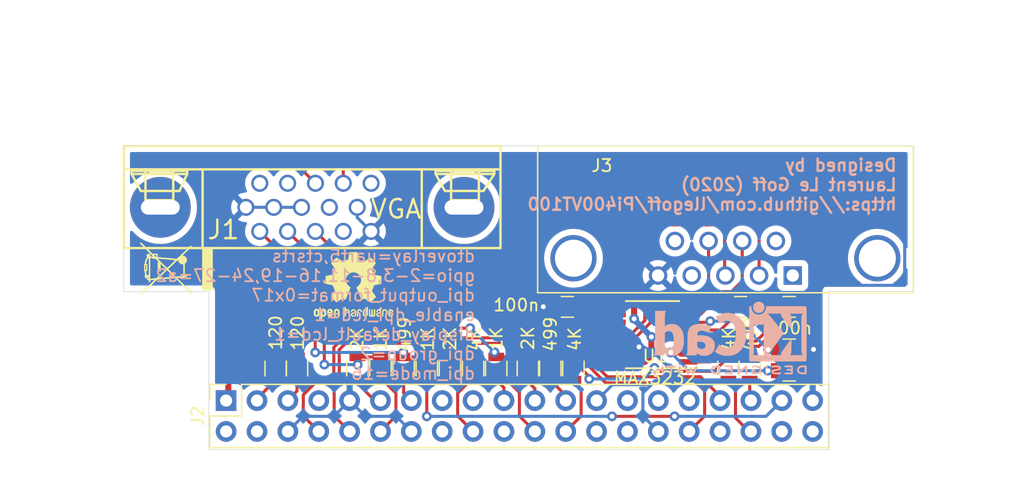
<source format=kicad_pcb>
(kicad_pcb (version 20211014) (generator pcbnew)
  (layers (0 "F.Cu" signal) (31 "B.Cu" signal) (34 "B.Paste" user) (35 "F.Paste" user) (36 "B.SilkS" user "B.Silkscreen") (37 "F.SilkS" user "F.Silkscreen") (38 "B.Mask" user) (39 "F.Mask" user) (44 "Edge.Cuts" user))
  (net 0 "")
  (net 1 "Net-(C1-Pad1)")
  (net 2 "Net-(C1-Pad2)")
  (net 3 "+3V3")
  (net 4 "GND")
  (net 5 "Net-(C3-Pad2)")
  (net 6 "Net-(C4-Pad2)")
  (net 7 "Net-(C4-Pad1)")
  (net 8 "Net-(C5-Pad2)")
  (net 10 "/VGAV")
  (net 11 "/VGAH")
  (net 16 "/VGAR")
  (net 17 "/VGAG")
  (net 18 "/VGAB")
  (net 21 "/R6")
  (net 22 "/G4")
  (net 23 "/G7")
  (net 24 "/RXD5")
  (net 25 "/TXD5")
  (net 28 "/ID_C")
  (net 29 "/ID_D")
  (net 31 "/B4")
  (net 32 "/B7")
  (net 33 "/R5")
  (net 34 "/B5")
  (net 35 "/B6")
  (net 36 "/R4")
  (net 39 "/R7")
  (net 40 "/G6")
  (net 41 "/G5")
  (net 42 "/RTS5")
  (net 43 "/CTS5")
  (net 45 "/H")
  (net 46 "/V")
  (net 48 "/RXD")
  (net 49 "/TXD")
  (net 52 "/CTS")
  (net 53 "/RTS")
  (net 54 "unconnected-(J2-Pad38)")
  (footprint "Capacitors_SMD:C_0805" (layer "F.Cu") (at 168.25 78.75 180)
    (fp_text reference "C1" hide)
    (fp_text value "100n")
    (pad "1" smd rect locked (at -1 0 180) (size 1 1.25) (layers "F.Cu" "F.Paste" "F.Mask") (net 1 "Net-(C1-Pad1)"))
    (pad "2" smd rect locked (at 1 0 180) (size 1 1.25) (layers "F.Cu" "F.Paste" "F.Mask") (net 2 "Net-(C1-Pad2)"))
  )
  (footprint "Capacitors_SMD:C_0805" (layer "F.Cu") (at 150 78.75)
    (fp_text reference "C2" hide)
    (fp_text value "100n" (at -4.2 -0.15) (layer "F.SilkS"))
    (pad "1" smd rect locked (at -1 0) (size 1 1.25) (layers "F.Cu" "F.Paste" "F.Mask") (net 4 "GND"))
    (pad "2" smd rect locked (at 1 0) (size 1 1.25) (layers "F.Cu" "F.Paste" "F.Mask") (net 3 "+3V3"))
  )
  (footprint "Capacitors_SMD:C_0805" (layer "F.Cu") (at 168.25 84 180)
    (fp_text reference "C3" hide)
    (fp_text value "100n")
    (pad "1" smd rect locked (at -1 0 180) (size 1 1.25) (layers "F.Cu" "F.Paste" "F.Mask") (net 4 "GND"))
    (pad "2" smd rect locked (at 1 0 180) (size 1 1.25) (layers "F.Cu" "F.Paste" "F.Mask") (net 5 "Net-(C3-Pad2)"))
  )
  (footprint "Capacitors_SMD:C_0805" (layer "F.Cu") (at 164.25 78.75 180)
    (fp_text reference "C4" hide)
    (fp_text value "100n")
    (pad "1" smd rect locked (at -1 0 180) (size 1 1.25) (layers "F.Cu" "F.Paste" "F.Mask") (net 7 "Net-(C4-Pad1)"))
    (pad "2" smd rect locked (at 1 0 180) (size 1 1.25) (layers "F.Cu" "F.Paste" "F.Mask") (net 6 "Net-(C4-Pad2)"))
  )
  (footprint "Capacitors_SMD:C_0805" (layer "F.Cu") (at 168.25 82.25 180)
    (fp_text reference "C5" hide)
    (fp_text value "100n" (at 0 1.75) (layer "F.SilkS"))
    (pad "1" smd rect locked (at -1 0 180) (size 1 1.25) (layers "F.Cu" "F.Paste" "F.Mask") (net 4 "GND"))
    (pad "2" smd rect locked (at 1 0 180) (size 1 1.25) (layers "F.Cu" "F.Paste" "F.Mask") (net 8 "Net-(C5-Pad2)"))
  )
  (footprint "_LaurentPerso:DB_15F-VGA" (layer "F.Cu") (at 129 65.5 180)
    (fp_text reference "J1" (at 7.3 -6.9) (layer "F.SilkS") (effects (font (size 1.524 1.524) (thickness 0.2))))
    (fp_text value "VGA" (at -6.9 -5.2) (layer "F.SilkS") (effects (font (size 1.524 1.524) (thickness 0.2))))
    (pad "" thru_hole circle locked (at 12.49426 -5.06 180) (size 5.00126 5.00126) (drill oval 3.2004 1.2) (layers *.Cu *.Mask))
    (pad "" thru_hole circle locked (at -12.49426 -5.06 180) (size 5.00126 5.00126) (drill oval 3.2004 1.2) (layers *.Cu *.Mask))
    (pad "1" thru_hole circle locked (at 4.31038 -7.04 180) (size 1.4 1.4) (drill 1) (layers *.Cu *.Mask) (net 16 "/VGAR"))
    (pad "2" thru_hole circle locked (at 2.0193 -7.04 180) (size 1.4 1.4) (drill 1) (layers *.Cu *.Mask) (net 17 "/VGAG"))
    (pad "3" thru_hole circle locked (at -0.2667 -7.04 180) (size 1.4 1.4) (drill 1) (layers *.Cu *.Mask) (net 18 "/VGAB"))
    (pad "4" thru_hole circle locked (at -2.56032 -7.04 180) (size 1.4 1.4) (drill 1) (layers *.Cu *.Mask))
    (pad "5" thru_hole circle locked (at -4.84886 -7.04 180) (size 1.4 1.4) (drill 1) (layers *.Cu *.Mask) (net 4 "GND"))
    (pad "6" thru_hole circle locked (at 5.45592 -5.06 180) (size 1.4 1.4) (drill 1) (layers *.Cu *.Mask) (net 4 "GND"))
    (pad "7" thru_hole circle locked (at 3.16484 -5.06 180) (size 1.4 1.4) (drill 1) (layers *.Cu *.Mask) (net 4 "GND"))
    (pad "8" thru_hole circle locked (at 0.87376 -5.06 180) (size 1.4 1.4) (drill 1) (layers *.Cu *.Mask) (net 4 "GND"))
    (pad "9" thru_hole circle locked (at -1.41478 -5.06 180) (size 1.4 1.4) (drill 1) (layers *.Cu *.Mask))
    (pad "10" thru_hole circle locked (at -3.70586 -5.06 180) (size 1.4 1.4) (drill 1) (layers *.Cu *.Mask) (net 4 "GND"))
    (pad "11" thru_hole circle locked (at 4.31038 -3.08 180) (size 1.4 1.4) (drill 1) (layers *.Cu *.Mask))
    (pad "12" thru_hole circle locked (at 2.0193 -3.08 180) (size 1.4 1.4) (drill 1) (layers *.Cu *.Mask))
    (pad "13" thru_hole circle locked (at -0.26924 -3.08 180) (size 1.4 1.4) (drill 1) (layers *.Cu *.Mask) (net 11 "/VGAH"))
    (pad "14" thru_hole circle locked (at -2.56032 -3.08 180) (size 1.4 1.4) (drill 1) (layers *.Cu *.Mask) (net 10 "/VGAV"))
    (pad "15" thru_hole circle locked (at -4.84886 -3.08 180) (size 1.4 1.4) (drill 1) (layers *.Cu *.Mask))
  )
  (footprint "_LaurentPerso:DB9MC" (layer "F.Cu") (at 163 74.75)
    (fp_text reference "J3" (at -10.16 -7.62) (layer "F.SilkS"))
    (fp_text value "DB9_Male")
    (pad "" thru_hole circle locked (at 12.5 0) (size 3.81 3.81) (drill 3.05) (layers *.Cu *.Mask))
    (pad "" thru_hole circle locked (at -12.5 0) (size 3.81 3.81) (drill 3.05) (layers *.Cu *.Mask))
    (pad "1" thru_hole rect locked (at 5.54 1.42) (size 1.52 1.52) (drill 1.02) (layers *.Cu *.Mask))
    (pad "2" thru_hole circle locked (at 2.77 1.42) (size 1.52 1.52) (drill 1.02) (layers *.Cu *.Mask) (net 48 "/RXD"))
    (pad "3" thru_hole circle locked (at 0 1.42) (size 1.52 1.52) (drill 1.02) (layers *.Cu *.Mask) (net 49 "/TXD"))
    (pad "4" thru_hole circle locked (at -2.77 1.42) (size 1.52 1.52) (drill 1.02) (layers *.Cu *.Mask))
    (pad "5" thru_hole circle locked (at -5.54 1.42) (size 1.52 1.52) (drill 1.02) (layers *.Cu *.Mask) (net 4 "GND"))
    (pad "6" thru_hole circle locked (at 4.155 -1.42) (size 1.52 1.52) (drill 1.02) (layers *.Cu *.Mask))
    (pad "7" thru_hole circle locked (at 1.385 -1.42) (size 1.52 1.52) (drill 1.02) (layers *.Cu *.Mask) (net 53 "/RTS"))
    (pad "8" thru_hole circle locked (at -1.385 -1.42) (size 1.52 1.52) (drill 1.02) (layers *.Cu *.Mask) (net 52 "/CTS"))
    (pad "9" thru_hole circle locked (at -4.155 -1.42) (size 1.52 1.52) (drill 1.02) (layers *.Cu *.Mask))
  )
  (footprint "Resistors_SMD:R_0805" (layer "F.Cu") (at 126 83.82 90)
    (fp_text reference "R5" hide)
    (fp_text value "120" (at 2.95 0 90) (layer "F.SilkS"))
    (pad "1" smd rect locked (at -0.95 0 90) (size 0.7 1.3) (layers "F.Cu" "F.Paste" "F.Mask") (net 46 "/V"))
    (pad "2" smd rect locked (at 0.95 0 90) (size 0.7 1.3) (layers "F.Cu" "F.Paste" "F.Mask") (net 10 "/VGAV"))
  )
  (footprint "Resistors_SMD:R_0805" (layer "F.Cu") (at 127.75 83.82 90)
    (fp_text reference "R6" hide)
    (fp_text value "120" (at 2.92 0.05 90) (layer "F.SilkS"))
    (pad "1" smd rect locked (at -0.95 0 90) (size 0.7 1.3) (layers "F.Cu" "F.Paste" "F.Mask") (net 45 "/H"))
    (pad "2" smd rect locked (at 0.95 0 90) (size 0.7 1.3) (layers "F.Cu" "F.Paste" "F.Mask") (net 11 "/VGAH"))
  )
  (footprint "Resistors_SMD:R_0805" (layer "F.Cu") (at 150.495 83.82 90)
    (fp_text reference "RB4" hide)
    (fp_text value "4K" (at 2.42 0.105 90) (layer "F.SilkS"))
    (pad "1" smd rect locked (at -0.95 0 90) (size 0.7 1.3) (layers "F.Cu" "F.Paste" "F.Mask") (net 31 "/B4"))
    (pad "2" smd rect locked (at 0.95 0 90) (size 0.7 1.3) (layers "F.Cu" "F.Paste" "F.Mask") (net 18 "/VGAB"))
  )
  (footprint "Resistors_SMD:R_0805" (layer "F.Cu") (at 146.7485 83.82 90)
    (fp_text reference "RB5" hide)
    (fp_text value "2K" (at 2.5 0 90) (layer "F.SilkS"))
    (pad "1" smd rect locked (at -0.95 0 90) (size 0.7 1.3) (layers "F.Cu" "F.Paste" "F.Mask") (net 34 "/B5"))
    (pad "2" smd rect locked (at 0.95 0 90) (size 0.7 1.3) (layers "F.Cu" "F.Paste" "F.Mask") (net 18 "/VGAB"))
  )
  (footprint "Resistors_SMD:R_0805" (layer "F.Cu") (at 144.145 83.82 90)
    (fp_text reference "RB6" hide)
    (fp_text value "1K" (at 2.45 0 90) (layer "F.SilkS"))
    (pad "1" smd rect locked (at -0.95 0 90) (size 0.7 1.3) (layers "F.Cu" "F.Paste" "F.Mask") (net 35 "/B6"))
    (pad "2" smd rect locked (at 0.95 0 90) (size 0.7 1.3) (layers "F.Cu" "F.Paste" "F.Mask") (net 18 "/VGAB"))
  )
  (footprint "Resistors_SMD:R_0805" (layer "F.Cu") (at 148.59 83.82 90)
    (fp_text reference "RB7" hide)
    (fp_text value "499" (at 2.82 0.01 90) (layer "F.SilkS"))
    (pad "1" smd rect locked (at -0.95 0 90) (size 0.7 1.3) (layers "F.Cu" "F.Paste" "F.Mask") (net 32 "/B7"))
    (pad "2" smd rect locked (at 0.95 0 90) (size 0.7 1.3) (layers "F.Cu" "F.Paste" "F.Mask") (net 18 "/VGAB"))
  )
  (footprint "Resistors_SMD:R_0805" (layer "F.Cu") (at 163.25 83.82 90)
    (fp_text reference "RG4" hide)
    (fp_text value "4K" (at 2.42 0.05 90) (layer "F.SilkS"))
    (pad "1" smd rect locked (at -0.95 0 90) (size 0.7 1.3) (layers "F.Cu" "F.Paste" "F.Mask") (net 22 "/G4"))
    (pad "2" smd rect locked (at 0.95 0 90) (size 0.7 1.3) (layers "F.Cu" "F.Paste" "F.Mask") (net 17 "/VGAG"))
  )
  (footprint "Resistors_SMD:R_0805" (layer "F.Cu") (at 132.715 83.82 90)
    (fp_text reference "RG5" hide)
    (fp_text value "2K" (at 2.42 -0.015 90) (layer "F.SilkS"))
    (pad "1" smd rect locked (at -0.95 0 90) (size 0.7 1.3) (layers "F.Cu" "F.Paste" "F.Mask") (net 41 "/G5"))
    (pad "2" smd rect locked (at 0.95 0 90) (size 0.7 1.3) (layers "F.Cu" "F.Paste" "F.Mask") (net 17 "/VGAG"))
  )
  (footprint "Resistors_SMD:R_0805" (layer "F.Cu") (at 142.24 83.82 90)
    (fp_text reference "RR4" hide)
    (fp_text value "4K" (at 2.42 0.16 90) (layer "F.SilkS"))
    (pad "1" smd rect locked (at -0.95 0 90) (size 0.7 1.3) (layers "F.Cu" "F.Paste" "F.Mask") (net 36 "/R4"))
    (pad "2" smd rect locked (at 0.95 0 90) (size 0.7 1.3) (layers "F.Cu" "F.Paste" "F.Mask") (net 16 "/VGAR"))
  )
  (footprint "Resistors_SMD:R_0805" (layer "F.Cu") (at 140.335 83.82 90)
    (fp_text reference "RR5" hide)
    (fp_text value "2K" (at 2.45 0 90) (layer "F.SilkS"))
    (pad "1" smd rect locked (at -0.95 0 90) (size 0.7 1.3) (layers "F.Cu" "F.Paste" "F.Mask") (net 33 "/R5"))
    (pad "2" smd rect locked (at 0.95 0 90) (size 0.7 1.3) (layers "F.Cu" "F.Paste" "F.Mask") (net 16 "/VGAR"))
  )
  (footprint "Resistors_SMD:R_0805" (layer "F.Cu") (at 138.43 83.82 90)
    (fp_text reference "RR6" hide)
    (fp_text value "1K" (at 2.42 0.07 90) (layer "F.SilkS"))
    (pad "1" smd rect locked (at -0.95 0 90) (size 0.7 1.3) (layers "F.Cu" "F.Paste" "F.Mask") (net 21 "/R6"))
    (pad "2" smd rect locked (at 0.95 0 90) (size 0.7 1.3) (layers "F.Cu" "F.Paste" "F.Mask") (net 16 "/VGAR"))
  )
  (footprint "Resistors_SMD:R_0805" (layer "F.Cu") (at 136.525 83.82 90)
    (fp_text reference "RR7" hide)
    (fp_text value "499" (at 2.82 0.075 90) (layer "F.SilkS"))
    (pad "1" smd rect locked (at -0.95 0 90) (size 0.7 1.3) (layers "F.Cu" "F.Paste" "F.Mask") (net 39 "/R7"))
    (pad "2" smd rect locked (at 0.95 0 90) (size 0.7 1.3) (layers "F.Cu" "F.Paste" "F.Mask") (net 16 "/VGAR"))
  )
  (footprint "Housings_SSOP:TSSOP-16_4.4x5mm_Pitch0.65mm" (layer "F.Cu") (at 157 81 180)
    (fp_text reference "U1" (at -0.2 -1.8) (layer "F.SilkS"))
    (fp_text value "MAX3232" (at -0.2 -3.6 180) (layer "F.SilkS"))
    (pad "1" smd rect locked (at -2.95 -2.275 180) (size 1.5 0.45) (layers "F.Cu" "F.Paste" "F.Mask") (net 1 "Net-(C1-Pad1)"))
    (pad "2" smd rect locked (at -2.95 -1.625 180) (size 1.5 0.45) (layers "F.Cu" "F.Paste" "F.Mask") (net 5 "Net-(C3-Pad2)"))
    (pad "3" smd rect locked (at -2.95 -0.975 180) (size 1.5 0.45) (layers "F.Cu" "F.Paste" "F.Mask") (net 2 "Net-(C1-Pad2)"))
    (pad "4" smd rect locked (at -2.95 -0.325 180) (size 1.5 0.45) (layers "F.Cu" "F.Paste" "F.Mask") (net 7 "Net-(C4-Pad1)"))
    (pad "5" smd rect locked (at -2.95 0.325 180) (size 1.5 0.45) (layers "F.Cu" "F.Paste" "F.Mask") (net 6 "Net-(C4-Pad2)"))
    (pad "6" smd rect locked (at -2.95 0.975 180) (size 1.5 0.45) (layers "F.Cu" "F.Paste" "F.Mask") (net 8 "Net-(C5-Pad2)"))
    (pad "7" smd rect locked (at -2.95 1.625 180) (size 1.5 0.45) (layers "F.Cu" "F.Paste" "F.Mask") (net 53 "/RTS"))
    (pad "8" smd rect locked (at -2.95 2.275 180) (size 1.5 0.45) (layers "F.Cu" "F.Paste" "F.Mask") (net 52 "/CTS"))
    (pad "9" smd rect locked (at 2.95 2.275 180) (size 1.5 0.45) (layers "F.Cu" "F.Paste" "F.Mask") (net 43 "/CTS5"))
    (pad "10" smd rect locked (at 2.95 1.625 180) (size 1.5 0.45) (layers "F.Cu" "F.Paste" "F.Mask") (net 42 "/RTS5"))
    (pad "11" smd rect locked (at 2.95 0.975 180) (size 1.5 0.45) (layers "F.Cu" "F.Paste" "F.Mask") (net 25 "/TXD5"))
    (pad "12" smd rect locked (at 2.95 0.325 180) (size 1.5 0.45) (layers "F.Cu" "F.Paste" "F.Mask") (net 24 "/RXD5"))
    (pad "13" smd rect locked (at 2.95 -0.325 180) (size 1.5 0.45) (layers "F.Cu" "F.Paste" "F.Mask") (net 48 "/RXD"))
    (pad "14" smd rect locked (at 2.95 -0.975 180) (size 1.5 0.45) (layers "F.Cu" "F.Paste" "F.Mask") (net 49 "/TXD"))
    (pad "15" smd rect locked (at 2.95 -1.625 180) (size 1.5 0.45) (layers "F.Cu" "F.Paste" "F.Mask") (net 4 "GND"))
    (pad "16" smd rect locked (at 2.95 -2.275 180) (size 1.5 0.45) (layers "F.Cu" "F.Paste" "F.Mask") (net 3 "+3V3"))
  )
  (footprint "Socket_Strips:Socket_Strip_Straight_2x20_Pitch2.54mm" (layer "F.Cu") (at 121.92 86.46 90)
    (fp_text reference "J2" (at -1.27 -2.33 90) (layer "F.SilkS"))
    (fp_text value "CONN_02X20")
    (pad "1" thru_hole rect locked (at 0 0 90) (size 1.7 1.7) (drill 1) (layers *.Cu *.Mask) (net 3 "+3V3"))
    (pad "2" thru_hole oval locked (at -2.54 0 90) (size 1.7 1.7) (drill 1) (layers *.Cu *.Mask))
    (pad "3" thru_hole oval locked (at 0 2.54 90) (size 1.7 1.7) (drill 1) (layers *.Cu *.Mask) (net 46 "/V"))
    (pad "4" thru_hole oval locked (at -2.54 2.54 90) (size 1.7 1.7) (drill 1) (layers *.Cu *.Mask))
    (pad "5" thru_hole oval locked (at 0 5.08 90) (size 1.7 1.7) (drill 1) (layers *.Cu *.Mask) (net 45 "/H"))
    (pad "6" thru_hole oval locked (at -2.54 5.08 90) (size 1.7 1.7) (drill 1) (layers *.Cu *.Mask) (net 4 "GND"))
    (pad "7" thru_hole oval locked (at 0 7.62 90) (size 1.7 1.7) (drill 1) (layers *.Cu *.Mask))
    (pad "8" thru_hole oval locked (at -2.54 7.62 90) (size 1.7 1.7) (drill 1) (layers *.Cu *.Mask) (net 43 "/CTS5"))
    (pad "9" thru_hole oval locked (at 0 10.16 90) (size 1.7 1.7) (drill 1) (layers *.Cu *.Mask) (net 4 "GND"))
    (pad "10" thru_hole oval locked (at -2.54 10.16 90) (size 1.7 1.7) (drill 1) (layers *.Cu *.Mask) (net 42 "/RTS5"))
    (pad "11" thru_hole oval locked (at 0 12.7 90) (size 1.7 1.7) (drill 1) (layers *.Cu *.Mask) (net 41 "/G5"))
    (pad "12" thru_hole oval locked (at -2.54 12.7 90) (size 1.7 1.7) (drill 1) (layers *.Cu *.Mask) (net 40 "/G6"))
    (pad "13" thru_hole oval locked (at 0 15.24 90) (size 1.7 1.7) (drill 1) (layers *.Cu *.Mask) (net 39 "/R7"))
    (pad "14" thru_hole oval locked (at -2.54 15.24 90) (size 1.7 1.7) (drill 1) (layers *.Cu *.Mask) (net 4 "GND"))
    (pad "15" thru_hole oval locked (at 0 17.78 90) (size 1.7 1.7) (drill 1) (layers *.Cu *.Mask))
    (pad "16" thru_hole oval locked (at -2.54 17.78 90) (size 1.7 1.7) (drill 1) (layers *.Cu *.Mask))
    (pad "17" thru_hole oval locked (at 0 20.32 90) (size 1.7 1.7) (drill 1) (layers *.Cu *.Mask))
    (pad "18" thru_hole oval locked (at -2.54 20.32 90) (size 1.7 1.7) (drill 1) (layers *.Cu *.Mask) (net 36 "/R4"))
    (pad "19" thru_hole oval locked (at 0 22.86 90) (size 1.7 1.7) (drill 1) (layers *.Cu *.Mask) (net 35 "/B6"))
    (pad "20" thru_hole oval locked (at -2.54 22.86 90) (size 1.7 1.7) (drill 1) (layers *.Cu *.Mask))
    (pad "21" thru_hole oval locked (at 0 25.4 90) (size 1.7 1.7) (drill 1) (layers *.Cu *.Mask) (net 34 "/B5"))
    (pad "22" thru_hole oval locked (at -2.54 25.4 90) (size 1.7 1.7) (drill 1) (layers *.Cu *.Mask) (net 33 "/R5"))
    (pad "23" thru_hole oval locked (at 0 27.94 90) (size 1.7 1.7) (drill 1) (layers *.Cu *.Mask) (net 32 "/B7"))
    (pad "24" thru_hole oval locked (at -2.54 27.94 90) (size 1.7 1.7) (drill 1) (layers *.Cu *.Mask) (net 31 "/B4"))
    (pad "25" thru_hole oval locked (at 0 30.48 90) (size 1.7 1.7) (drill 1) (layers *.Cu *.Mask) (net 4 "GND"))
    (pad "26" thru_hole oval locked (at -2.54 30.48 90) (size 1.7 1.7) (drill 1) (layers *.Cu *.Mask))
    (pad "27" thru_hole oval locked (at 0 33.02 90) (size 1.7 1.7) (drill 1) (layers *.Cu *.Mask) (net 29 "/ID_D"))
    (pad "28" thru_hole oval locked (at -2.54 33.02 90) (size 1.7 1.7) (drill 1) (layers *.Cu *.Mask) (net 28 "/ID_C"))
    (pad "29" thru_hole oval locked (at 0 35.56 90) (size 1.7 1.7) (drill 1) (layers *.Cu *.Mask))
    (pad "30" thru_hole oval locked (at -2.54 35.56 90) (size 1.7 1.7) (drill 1) (layers *.Cu *.Mask) (net 4 "GND"))
    (pad "31" thru_hole oval locked (at 0 38.1 90) (size 1.7 1.7) (drill 1) (layers *.Cu *.Mask))
    (pad "32" thru_hole oval locked (at -2.54 38.1 90) (size 1.7 1.7) (drill 1) (layers *.Cu *.Mask) (net 25 "/TXD5"))
    (pad "33" thru_hole oval locked (at 0 40.64 90) (size 1.7 1.7) (drill 1) (layers *.Cu *.Mask) (net 24 "/RXD5"))
    (pad "34" thru_hole oval locked (at -2.54 40.64 90) (size 1.7 1.7) (drill 1) (layers *.Cu *.Mask))
    (pad "35" thru_hole oval locked (at 0 43.18 90) (size 1.7 1.7) (drill 1) (layers *.Cu *.Mask) (net 23 "/G7"))
    (pad "36" thru_hole oval locked (at -2.54 43.18 90) (size 1.7 1.7) (drill 1) (layers *.Cu *.Mask) (net 22 "/G4"))
    (pad "37" thru_hole oval locked (at 0 45.72 90) (size 1.7 1.7) (drill 1) (layers *.Cu *.Mask) (net 21 "/R6"))
    (pad "38" thru_hole oval locked (at -2.54 45.72 90) (size 1.7 1.7) (drill 1) (layers *.Cu *.Mask) (net 54 "unconnected-(J2-Pad38)"))
    (pad "39" thru_hole oval locked (at 0 48.26 90) (size 1.7 1.7) (drill 1) (layers *.Cu *.Mask) (net 4 "GND"))
    (pad "40" thru_hole oval locked (at -2.54 48.26 90) (size 1.7 1.7) (drill 1) (layers *.Cu *.Mask))
  )
  (footprint "Resistors_SMD:R_0805" (layer "F.Cu") (at 134.62 83.82 90)
    (fp_text reference "RG6" hide)
    (fp_text value "1K" (at 2.42 0 90) (layer "F.SilkS"))
    (pad "1" smd rect locked (at -0.95 0 90) (size 0.7 1.3) (layers "F.Cu" "F.Paste" "F.Mask") (net 40 "/G6"))
    (pad "2" smd rect locked (at 0.95 0 90) (size 0.7 1.3) (layers "F.Cu" "F.Paste" "F.Mask") (net 17 "/VGAG"))
  )
  (footprint "Resistors_SMD:R_0805" (layer "F.Cu") (at 165 83.82 90)
    (fp_text reference "RG7" hide)
    (fp_text value "499" (at 2.82 0.1 90) (layer "F.SilkS"))
    (pad "1" smd rect locked (at -0.95 0 90) (size 0.7 1.3) (layers "F.Cu" "F.Paste" "F.Mask") (net 23 "/G7"))
    (pad "2" smd rect locked (at 0.95 0 90) (size 0.7 1.3) (layers "F.Cu" "F.Paste" "F.Mask") (net 17 "/VGAG"))
  )
  (footprint "Symbols:OSHW-Logo2_7.3x6mm_SilkScreen" (layer "F.Cu") (at 132.4 77)
    (fp_text reference "REF***" hide)
    (fp_text value "OSHW-Logo2_7.3x6mm_SilkScreen" hide)
  )
  (footprint "Symbols:WEEE-Logo_4.2x6mm_SilkScreen" (layer "F.Cu") (at 117.8 75.6 90)
    (fp_text reference "REF***" hide)
    (fp_text value "WEEE-Logo_4.2x6mm_SilkScreen" hide)
  )
  (footprint "Symbols:KiCad-Logo2_6mm_SilkScreen" (layer "B.Cu") (at 163.4 81.3 180)
    (fp_text reference "REF***" hide)
    (fp_text value "KiCad-Logo2_6mm_SilkScreen" hide)
  )
  (gr_line (start 120.5 77.5) (end 120.5 90.5) (layer "Edge.Cuts") (width 0.05))
  (gr_line (start 120.5 77.5) (end 113.5 77.5) (layer "Edge.Cuts") (width 0.05))
  (gr_line (start 178.5 77.5) (end 178.5 65.5) (layer "Edge.Cuts") (width 0.05))
  (gr_line (start 113.5 65.5) (end 113.5 77.5) (layer "Edge.Cuts") (width 0.05))
  (gr_line (start 120.5 90.5) (end 171.5 90.5) (layer "Edge.Cuts") (width 0.05))
  (gr_line (start 171.5 77.5) (end 178.5 77.5) (layer "Edge.Cuts") (width 0.05))
  (gr_line (start 171.5 90.5) (end 171.5 77.5) (layer "Edge.Cuts") (width 0.05))
  (gr_line (start 178.5 65.5) (end 113.5 65.5) (layer "Edge.Cuts") (width 0.05))
  (gr_text "dtoverlay=uart5,ctsrts\ngpio=2-3,8-11,16-19,24-27=a2\ndpi_output_format=0x17\nenable_dpi_lcd=1\ndisplay_default_lcd=1\ndpi_group=2\ndpi_mode=16" (at 142.5 79.4) (layer "B.SilkS") (effects (font (size 1 1)) (justify left mirror)))
  (gr_text "Designed by \nLaurent Le Goff (2020)\nhttps://github.com/llegoff/Pi400VT100" (at 177.2 68.7) (layer "B.SilkS") (effects (font (size 1 1) (thickness 0.2)) (justify left mirror)))
  (segment (start 169 78.75) (end 169.25 78.75) (width 0.25) (layer "F.Cu") (net 1))
  (segment (start 165.75 82) (end 169 78.75) (width 0.25) (layer "F.Cu") (net 1))
  (segment (start 162.219999 82.259999) (end 162.479998 82) (width 0.25) (layer "F.Cu") (net 1))
  (segment (start 160.775 83.275) (end 161.725 83.275) (width 0.25) (layer "F.Cu") (net 1))
  (segment (start 160.775 83.275) (end 161.204998 83.275) (width 0.25) (layer "F.Cu") (net 1))
  (segment (start 161.725 83.275) (end 162.219999 82.780001) (width 0.25) (layer "F.Cu") (net 1))
  (segment (start 159.95 83.275) (end 160.775 83.275) (width 0.25) (layer "F.Cu") (net 1))
  (segment (start 168.960002 78.75) (end 169.25 78.75) (width 0.25) (layer "F.Cu") (net 1))
  (segment (start 162.479998 82) (end 165.75 82) (width 0.25) (layer "F.Cu") (net 1))
  (segment (start 162.219999 82.780001) (end 162.219999 82.259999) (width 0.25) (layer "F.Cu") (net 1))
  (segment (start 167.509992 80.20001) (end 168.960002 78.75) (width 0.25) (layer "F.Cu") (net 1))
  (segment (start 167.059983 80.053607) (end 167.059983 80.013609) (width 0.25) (layer "F.Cu") (net 2))
  (segment (start 167.059983 80.013609) (end 167.25 79.823592) (width 0.25) (layer "F.Cu") (net 2))
  (segment (start 161.868588 81.975) (end 162.293598 81.54999) (width 0.25) (layer "F.Cu") (net 2))
  (segment (start 165.5636 81.54999) (end 167.059983 80.053607) (width 0.25) (layer "F.Cu") (net 2))
  (segment (start 167.25 79.823592) (end 167.25 78.75) (width 0.25) (layer "F.Cu") (net 2))
  (segment (start 162.293598 81.54999) (end 165.5636 81.54999) (width 0.25) (layer "F.Cu") (net 2))
  (segment (start 159.95 81.975) (end 161.868588 81.975) (width 0.25) (layer "F.Cu") (net 2))
  (segment (start 155.3845 78.4225) (end 155.3845 79.629) (width 0.25) (layer "F.Cu") (net 3))
  (segment (start 122.099982 77.840482) (end 122.099982 86.280018) (width 0.5) (layer "F.Cu") (net 3))
  (segment (start 121.706 66.294) (end 120.5 67.5) (width 0.5) (layer "F.Cu") (net 3))
  (segment (start 122.099982 74.855982) (end 122.099982 77.840482) (width 0.5) (layer "F.Cu") (net 3))
  (segment (start 122.099982 86.280018) (end 121.92 86.46) (width 0.5) (layer "F.Cu") (net 3))
  (segment (start 120.5 67.5) (end 120.5 73.256) (width 0.5) (layer "F.Cu") (net 3))
  (segment (start 122.099982 78.919982) (end 122.099982 77.840482) (width 0.5) (layer "F.Cu") (net 3))
  (segment (start 153.978 71.2375) (end 151.87025 69.12975) (width 0.5) (layer "F.Cu") (net 3))
  (segment (start 153.978 77.978) (end 153.978 71.2375) (width 0.5) (layer "F.Cu") (net 3))
  (segment (start 151.772 77.978) (end 151 78.75) (width 0.5) (layer "F.Cu") (net 3))
  (segment (start 149.0345 66.294) (end 121.706 66.294) (width 0.5) (layer "F.Cu") (net 3))
  (segment (start 155.088002 77.978) (end 155.488347 78.378345) (width 0.5) (layer "F.Cu") (net 3))
  (segment (start 151.87025 69.12975) (end 149.0345 66.294) (width 0.5) (layer "F.Cu") (net 3))
  (segment (start 152.9715 77.978) (end 153.978 77.978) (width 0.5) (layer "F.Cu") (net 3))
  (segment (start 155.3845 78.4225) (end 155.0035 78.0415) (width 0.25) (layer "F.Cu") (net 3))
  (segment (start 156.9085 82.7405) (end 156.374 83.275) (width 0.5) (layer "F.Cu") (net 3))
  (segment (start 153.978 77.978) (end 155.088002 77.978) (width 0.5) (layer "F.Cu") (net 3))
  (segment (start 155.488347 78.378345) (end 155.488347 79.732847) (width 0.5) (layer "F.Cu") (net 3))
  (segment (start 156.374 83.275) (end 155.175 83.275) (width 0.5) (layer "F.Cu") (net 3))
  (segment (start 120.5 73.256) (end 122.099982 74.855982) (width 0.5) (layer "F.Cu") (net 3))
  (segment (start 152.9715 77.978) (end 151.772 77.978) (width 0.5) (layer "F.Cu") (net 3))
  (segment (start 155.3845 79.629) (end 155.488347 79.732847) (width 0.5) (layer "F.Cu") (net 3))
  (segment (start 155.0035 78.0415) (end 152.908 78.0415) (width 0.25) (layer "F.Cu") (net 3))
  (segment (start 155.175 83.275) (end 154.05 83.275) (width 0.25) (layer "F.Cu") (net 3))
  (segment (start 156.9085 81.2165) (end 156.9085 82.7405) (width 0.5) (layer "F.Cu") (net 3))
  (via (at 155.488347 79.732847) (size 0.8) (drill 0.4) (layers "F.Cu" "B.Cu") (net 3))
  (via (at 156.9085 81.2165) (size 0.8) (drill 0.4) (layers "F.Cu" "B.Cu") (net 3))
  (segment (start 155.488347 79.732847) (end 155.488347 79.796347) (width 0.5) (layer "B.Cu") (net 3))
  (segment (start 155.488347 79.796347) (end 156.9085 81.2165) (width 0.5) (layer "B.Cu") (net 3))
  (segment (start 168.91 84.34) (end 169.25 84) (width 0.25) (layer "F.Cu") (net 4))
  (segment (start 169.25 82.25) (end 169.25 84) (width 0.25) (layer "F.Cu") (net 4))
  (segment (start 170.18 84.93) (end 169.25 84) (width 0.25) (layer "F.Cu") (net 4))
  (segment (start 149 78.75) (end 148.0285 78.75) (width 0.25) (layer "F.Cu") (net 4))
  (segment (start 154.949375 82.625) (end 155.532375 82.042) (width 0.25) (layer "F.Cu") (net 4))
  (segment (start 154.05 82.625) (end 154.949375 82.625) (width 0.25) (layer "F.Cu") (net 4))
  (segment (start 169.25 82.25) (end 170.25 82.25) (width 0.25) (layer "F.Cu") (net 4))
  (segment (start 148.0285 78.75) (end 148.0185 78.74) (width 0.25) (layer "F.Cu") (net 4))
  (segment (start 170.18 86.46) (end 170.18 84.93) (width 0.25) (layer "F.Cu") (net 4))
  (segment (start 155.532375 82.042) (end 155.8925 82.042) (width 0.25) (layer "F.Cu") (net 4))
  (via (at 170.25 82.25) (size 0.8) (drill 0.4) (layers "F.Cu" "B.Cu") (net 4))
  (via (at 155.8925 82.042) (size 0.8) (drill 0.4) (layers "F.Cu" "B.Cu") (net 4))
  (via (at 148.0185 78.74) (size 0.8) (drill 0.4) (layers "F.Cu" "B.Cu") (net 4))
  (segment (start 125.83516 70.56) (end 128.12624 70.56) (width 0.25) (layer "B.Cu") (net 4))
  (segment (start 157.9245 84.8995) (end 158.3055 84.5185) (width 0.25) (layer "B.Cu") (net 4))
  (segment (start 156.7815 85.1535) (end 156.845 85.217) (width 0.25) (layer "B.Cu") (net 4))
  (segment (start 156.845 85.217) (end 157.1625 84.8995) (width 0.25) (layer "B.Cu") (net 4))
  (segment (start 158.3055 83.693) (end 157.226 82.6135) (width 0.25) (layer "B.Cu") (net 4))
  (segment (start 170.2435 77.2795) (end 170.2435 78.248512) (width 0.25) (layer "B.Cu") (net 4))
  (segment (start 177.75 76.962) (end 177.75 73.577498) (width 0.25) (layer "B.Cu") (net 4))
  (segment (start 123.54408 70.56) (end 125.83516 70.56) (width 0.25) (layer "B.Cu") (net 4))
  (segment (start 153.7065 85.1535) (end 156.7815 85.1535) (width 0.25) (layer "B.Cu") (net 4))
  (segment (start 152.4 86.46) (end 153.7065 85.1535) (width 0.25) (layer "B.Cu") (net 4))
  (segment (start 156.21 85.852) (end 156.845 85.217) (width 0.25) (layer "B.Cu") (net 4))
  (segment (start 157.1625 84.8995) (end 157.9245 84.8995) (width 0.25) (layer "B.Cu") (net 4))
  (segment (start 130.783 87.757) (end 132.08 86.46) (width 0.25) (layer "B.Cu") (net 4))
  (segment (start 127 89) (end 128.243 87.757) (width 0.25) (layer "B.Cu") (net 4))
  (segment (start 133.377 87.757) (end 135.917 87.757) (width 0.25) (layer "B.Cu") (net 4))
  (segment (start 157.1625 82.677) (end 157.226 82.6135) (width 0.25) (layer "B.Cu") (net 4))
  (segment (start 170.2435 78.248512) (end 170.25 78.255012) (width 0.25) (layer "B.Cu") (net 4))
  (segment (start 128.243 87.757) (end 130.783 87.757) (width 0.25) (layer "B.Cu") (net 4))
  (segment (start 135.917 87.757) (end 137.16 89) (width 0.25) (layer "B.Cu") (net 4))
  (segment (start 176.8475 73.577498) (end 176.730001 73.459999) (width 0.25) (layer "B.Cu") (net 4))
  (segment (start 132.70586 71.397) (end 133.84886 72.54) (width 0.25) (layer "B.Cu") (net 4))
  (segment (start 132.70586 70.56) (end 132.70586 71.397) (width 0.25) (layer "B.Cu") (net 4))
  (segment (start 170.542999 76.980001) (end 170.2435 77.2795) (width 0.25) (layer "B.Cu") (net 4))
  (segment (start 155.8925 82.042) (end 156.5275 82.677) (width 0.25) (layer "B.Cu") (net 4))
  (segment (start 157.48 89) (end 156.21 87.73) (width 0.25) (layer "B.Cu") (net 4))
  (segment (start 156.21 87.73) (end 156.21 85.852) (width 0.25) (layer "B.Cu") (net 4))
  (segment (start 158.3055 84.5185) (end 158.3055 83.693) (width 0.25) (layer "B.Cu") (net 4))
  (segment (start 177.75 76.980001) (end 170.542999 76.980001) (width 0.25) (layer "B.Cu") (net 4))
  (segment (start 170.25 78.255012) (end 170.25 82.25) (width 0.25) (layer "B.Cu") (net 4))
  (segment (start 156.5275 82.677) (end 157.1625 82.677) (width 0.25) (layer "B.Cu") (net 4))
  (segment (start 132.08 86.46) (end 133.377 87.757) (width 0.25) (layer "B.Cu") (net 4))
  (segment (start 158.625 82.625) (end 159.95 82.625) (width 0.25) (layer "F.Cu") (net 5))
  (segment (start 167.25 84) (end 166.5 84) (width 0.25) (layer "F.Cu") (net 5))
  (segment (start 158.5 82.5) (end 158.625 82.625) (width 0.25) (layer "F.Cu") (net 5))
  (via (at 158.5 82.5) (size 0.8) (drill 0.4) (layers "F.Cu" "B.Cu") (net 5))
  (via (at 166.5 84) (size 0.8) (drill 0.4) (layers "F.Cu" "B.Cu") (net 5))
  (segment (start 160 84) (end 158.5 82.5) (width 0.25) (layer "B.Cu") (net 5))
  (segment (start 166.5 84) (end 160 84) (width 0.25) (layer "B.Cu") (net 5))
  (segment (start 160.95 80.675) (end 160.97503 80.64997) (width 0.25) (layer "F.Cu") (net 6))
  (segment (start 159.95 80.675) (end 160.95 80.675) (width 0.25) (layer "F.Cu") (net 6))
  (segment (start 160.97503 80.64997) (end 162.60003 80.64997) (width 0.25) (layer "F.Cu") (net 6))
  (segment (start 163.25 80) (end 163.25 78.75) (width 0.25) (layer "F.Cu") (net 6))
  (segment (start 162.60003 80.64997) (end 163.25 80) (width 0.25) (layer "F.Cu") (net 6))
  (segment (start 164.40002 81.09998) (end 165.25 80.25) (width 0.25) (layer "F.Cu") (net 7))
  (segment (start 165.25 80.25) (end 165.25 78.75) (width 0.25) (layer "F.Cu") (net 7))
  (segment (start 159.95 81.325) (end 161.882178 81.325) (width 0.25) (layer "F.Cu") (net 7))
  (segment (start 161.882178 81.325) (end 162.107198 81.09998) (width 0.25) (layer "F.Cu") (net 7))
  (segment (start 162.107198 81.09998) (end 164.40002 81.09998) (width 0.25) (layer "F.Cu") (net 7))
  (segment (start 167.25 82.25) (end 166.525306 82.25) (width 0.25) (layer "F.Cu") (net 8))
  (segment (start 161.64997 80.025) (end 159.95 80.025) (width 0.25) (layer "F.Cu") (net 8))
  (segment (start 166.525306 82.25) (end 166.512653 82.262653) (width 0.25) (layer "F.Cu") (net 8))
  (segment (start 161.75 79.92497) (end 161.64997 80.025) (width 0.25) (layer "F.Cu") (net 8))
  (via (at 166.512653 82.262653) (size 0.8) (drill 0.4) (layers "F.Cu" "B.Cu") (net 8))
  (via (at 161.75 79.92497) (size 0.8) (drill 0.4) (layers "F.Cu" "B.Cu") (net 8))
  (segment (start 166.512653 82.262653) (end 164.17497 79.92497) (width 0.25) (layer "B.Cu") (net 8))
  (segment (start 164.17497 79.92497) (end 161.75 79.92497) (width 0.25) (layer "B.Cu") (net 8))
  (segment (start 121.5 67.5) (end 121.5 73) (width 0.25) (layer "F.Cu") (net 10))
  (segment (start 121.5 73) (end 126 77.5) (width 0.25) (layer "F.Cu") (net 10))
  (segment (start 131.56032 68.58) (end 131.56032 67.29834) (width 0.25) (layer "F.Cu") (net 10))
  (segment (start 122.13099 66.86901) (end 121.5 67.5) (width 0.25) (layer "F.Cu") (net 10))
  (segment (start 131.13099 66.86901) (end 122.13099 66.86901) (width 0.25) (layer "F.Cu") (net 10))
  (segment (start 131.56032 67.29834) (end 131.13099 66.86901) (width 0.25) (layer "F.Cu") (net 10))
  (segment (start 126 77.5) (end 126 82.87) (width 0.25) (layer "F.Cu") (net 10))
  (segment (start 122 72.5) (end 122 68) (width 0.25) (layer "F.Cu") (net 11))
  (segment (start 122 68) (end 122.68098 67.31902) (width 0.25) (layer "F.Cu") (net 11))
  (segment (start 127.75 82.87) (end 127.75 78.25) (width 0.25) (layer "F.Cu") (net 11))
  (segment (start 127.75 78.25) (end 122 72.5) (width 0.25) (layer "F.Cu") (net 11))
  (segment (start 128.00826 67.31902) (end 129.26924 68.58) (width 0.25) (layer "F.Cu") (net 11))
  (segment (start 122.68098 67.31902) (end 128.00826 67.31902) (width 0.25) (layer "F.Cu") (net 11))
  (segment (start 136.525 82.525) (end 136.5 82.5) (width 0.25) (layer "F.Cu") (net 16))
  (segment (start 138.43 82.87) (end 140.335 82.87) (width 0.25) (layer "F.Cu") (net 16))
  (segment (start 124.68962 72.54) (end 129.25 77.10038) (width 0.25) (layer "F.Cu") (net 16))
  (segment (start 129.25 77.10038) (end 129.25 77.25) (width 0.25) (layer "F.Cu") (net 16))
  (segment (start 140.335 82.87) (end 142.24 82.87) (width 0.25) (layer "F.Cu") (net 16))
  (segment (start 136.525 82.87) (end 138.43 82.87) (width 0.25) (layer "F.Cu") (net 16))
  (segment (start 136.525 82.87) (end 136.525 82.525) (width 0.25) (layer "F.Cu") (net 16))
  (segment (start 129.25 82.5) (end 129.25 77.25) (width 0.25) (layer "F.Cu") (net 16))
  (via (at 129.25 82.5) (size 0.8) (drill 0.4) (layers "F.Cu" "B.Cu") (net 16))
  (via (at 136.5 82.5) (size 0.8) (drill 0.4) (layers "F.Cu" "B.Cu") (net 16))
  (segment (start 129.25 82.5) (end 136.5 82.5) (width 0.25) (layer "B.Cu") (net 16))
  (segment (start 162.07001 84.04999) (end 163.25 82.87) (width 0.25) (layer "F.Cu") (net 17))
  (segment (start 132.715 82.87) (end 134.62 82.87) (width 0.25) (layer "F.Cu") (net 17))
  (segment (start 130 76) (end 130 83.5) (width 0.25) (layer "F.Cu") (net 17))
  (segment (start 163.25 82.87) (end 165 82.87) (width 0.25) (layer "F.Cu") (net 17))
  (segment (start 134.62 82.87) (end 135.57 83.82) (width 0.25) (layer "F.Cu") (net 17))
  (segment (start 126.9807 72.54) (end 130 75.5593) (width 0.25) (layer "F.Cu") (net 17))
  (segment (start 140.5296 83.62399) (end 147.37799 83.62399) (width 0.25) (layer "F.Cu") (net 17))
  (segment (start 147.574 83.82) (end 150.368 83.82) (width 0.25) (layer "F.Cu") (net 17))
  (segment (start 132.715 83.465) (end 132.75 83.5) (width 0.25) (layer "F.Cu") (net 17))
  (segment (start 157.1625 83.775) (end 157.43749 84.04999) (width 0.25) (layer "F.Cu") (net 17))
  (segment (start 140.33359 83.82) (end 140.5296 83.62399) (width 0.25) (layer "F.Cu") (net 17))
  (segment (start 130 75.5593) (end 130 76) (width 0.25) (layer "F.Cu") (net 17))
  (segment (start 132.715 82.87) (end 132.715 83.465) (width 0.25) (layer "F.Cu") (net 17))
  (segment (start 151.792552 84.48255) (end 151.130002 83.82) (width 0.25) (layer "F.Cu") (net 17))
  (segment (start 135.57 83.82) (end 140.33359 83.82) (width 0.25) (layer "F.Cu") (net 17))
  (segment (start 151.792552 84.681448) (end 151.792552 84.48255) (width 0.25) (layer "F.Cu") (net 17))
  (segment (start 147.37799 83.62399) (end 147.574 83.82) (width 0.25) (layer "F.Cu") (net 17))
  (segment (start 157.43749 84.04999) (end 162.07001 84.04999) (width 0.25) (layer "F.Cu") (net 17))
  (segment (start 151.130002 83.82) (end 150.368 83.82) (width 0.25) (layer "F.Cu") (net 17))
  (via (at 132.75 83.5) (size 0.8) (drill 0.4) (layers "F.Cu" "B.Cu") (net 17))
  (via (at 130 83.5) (size 0.8) (drill 0.4) (layers "F.Cu" "B.Cu") (net 17))
  (via (at 151.792552 84.681448) (size 0.8) (drill 0.4) (layers "F.Cu" "B.Cu") (net 17))
  (via (at 157.1625 83.775) (size 0.8) (drill 0.4) (layers "F.Cu" "B.Cu") (net 17))
  (segment (start 151.792552 84.427448) (end 151.792552 84.681448) (width 0.25) (layer "B.Cu") (net 17))
  (segment (start 156.256052 84.681448) (end 157.1625 83.775) (width 0.25) (layer "B.Cu") (net 17))
  (segment (start 130 83.5) (end 132.75 83.5) (width 0.25) (layer "B.Cu") (net 17))
  (segment (start 151.792552 84.681448) (end 156.256052 84.681448) (width 0.25) (layer "B.Cu") (net 17))
  (segment (start 144.145 82.87) (end 144.145 82.62) (width 0.25) (layer "F.Cu") (net 18))
  (segment (start 132.5 80.5) (end 142 80.5) (width 0.25) (layer "F.Cu") (net 18))
  (segment (start 144.145 82.62) (end 144 82.475) (width 0.25) (layer "F.Cu") (net 18))
  (segment (start 150.495 82.87) (end 148.59 82.87) (width 0.25) (layer "F.Cu") (net 18))
  (segment (start 130.75 74.75) (end 130.75 78.75) (width 0.25) (layer "F.Cu") (net 18))
  (segment (start 146.7485 82.87) (end 148.59 82.87) (width 0.25) (layer "F.Cu") (net 18))
  (segment (start 146.7485 82.87) (end 144.145 82.87) (width 0.25) (layer "F.Cu") (net 18))
  (segment (start 130.75 74.0233) (end 130.75 74.75) (width 0.25) (layer "F.Cu") (net 18))
  (segment (start 129.2667 72.54) (end 130.75 74.0233) (width 0.25) (layer "F.Cu") (net 18))
  (segment (start 130.75 78.75) (end 132.5 80.5) (width 0.25) (layer "F.Cu") (net 18))
  (via (at 142 80.5) (size 0.8) (drill 0.4) (layers "F.Cu" "B.Cu") (net 18))
  (via (at 144 82.475) (size 0.8) (drill 0.4) (layers "F.Cu" "B.Cu") (net 18))
  (segment (start 142.25 80.75) (end 142 80.5) (width 0.25) (layer "B.Cu") (net 18))
  (segment (start 142.275 80.75) (end 142.25 80.75) (width 0.25) (layer "B.Cu") (net 18))
  (segment (start 144 82.475) (end 142.275 80.75) (width 0.25) (layer "B.Cu") (net 18))
  (segment (start 153.67 87.757) (end 158.8135 87.757) (width 0.25) (layer "F.Cu") (net 21))
  (segment (start 138.43 84.77) (end 138.43 87.757) (width 0.25) (layer "F.Cu") (net 21))
  (via (at 138.43 87.757) (size 0.8) (drill 0.4) (layers "F.Cu" "B.Cu") (net 21))
  (via (at 153.67 87.757) (size 0.8) (drill 0.4) (layers "F.Cu" "B.Cu") (net 21))
  (via (at 158.8135 87.757) (size 0.8) (drill 0.4) (layers "F.Cu" "B.Cu") (net 21))
  (segment (start 167.64 86.46) (end 166.343 87.757) (width 0.25) (layer "B.Cu") (net 21))
  (segment (start 158.8135 87.757) (end 166.116 87.757) (width 0.25) (layer "B.Cu") (net 21))
  (segment (start 138.43 87.757) (end 153.67 87.757) (width 0.25) (layer "B.Cu") (net 21))
  (segment (start 166.343 87.757) (end 166.116 87.757) (width 0.25) (layer "B.Cu") (net 21))
  (segment (start 164.946 89) (end 165.1 89) (width 0.25) (layer "F.Cu") (net 22))
  (segment (start 163.83 85.35) (end 163.83 87.884) (width 0.25) (layer "F.Cu") (net 22))
  (segment (start 163.83 87.884) (end 164.946 89) (width 0.25) (layer "F.Cu") (net 22))
  (segment (start 163.25 84.77) (end 163.83 85.35) (width 0.25) (layer "F.Cu") (net 22))
  (segment (start 165 86.36) (end 165.1 86.46) (width 0.25) (layer "F.Cu") (net 23))
  (segment (start 165 84.77) (end 165 86.36) (width 0.25) (layer "F.Cu") (net 23))
  (segment (start 153.139998 80.675) (end 152.20001 81.614988) (width 0.25) (layer "F.Cu") (net 24))
  (segment (start 152.20001 83.42719) (end 153.27282 84.5) (width 0.25) (layer "F.Cu") (net 24))
  (segment (start 162.56 86.106) (end 160.954 84.5) (width 0.25) (layer "F.Cu") (net 24))
  (segment (start 162.56 86.46) (end 162.56 86.106) (width 0.25) (layer "F.Cu") (net 24))
  (segment (start 162.56 86.46) (end 162.56 86.1695) (width 0.25) (layer "F.Cu") (net 24))
  (segment (start 159.6205 84.5) (end 159.92859 84.5) (width 0.25) (layer "F.Cu") (net 24))
  (segment (start 160.954 84.5) (end 159.6205 84.5) (width 0.25) (layer "F.Cu") (net 24))
  (segment (start 152.20001 81.614988) (end 152.20001 83.42719) (width 0.25) (layer "F.Cu") (net 24))
  (segment (start 154.05 80.675) (end 153.139998 80.675) (width 0.25) (layer "F.Cu") (net 24))
  (segment (start 153.27282 84.5) (end 159.6205 84.5) (width 0.25) (layer "F.Cu") (net 24))
  (segment (start 151.75 83.61359) (end 153.13641 85) (width 0.25) (layer "F.Cu") (net 25))
  (segment (start 153.13641 85) (end 160.6285 85) (width 0.25) (layer "F.Cu") (net 25))
  (segment (start 161.29 87.73) (end 160.02 89) (width 0.25) (layer "F.Cu") (net 25))
  (segment (start 151.75 81.414998) (end 151.75 83.61359) (width 0.25) (layer "F.Cu") (net 25))
  (segment (start 160.6285 85) (end 161.29 85.6615) (width 0.25) (layer "F.Cu") (net 25))
  (segment (start 154.05 80.025) (end 153.139998 80.025) (width 0.25) (layer "F.Cu") (net 25))
  (segment (start 161.29 85.6615) (end 161.29 87.73) (width 0.25) (layer "F.Cu") (net 25))
  (segment (start 153.139998 80.025) (end 151.75 81.414998) (width 0.25) (layer "F.Cu") (net 25))
  (segment (start 151.13 85.5345) (end 151.13 87.73) (width 0.25) (layer "F.Cu") (net 31))
  (segment (start 151.13 87.73) (end 149.86 89) (width 0.25) (layer "F.Cu") (net 31))
  (segment (start 150.495 84.77) (end 150.495 84.8995) (width 0.25) (layer "F.Cu") (net 31))
  (segment (start 150.495 84.8995) (end 151.13 85.5345) (width 0.25) (layer "F.Cu") (net 31))
  (segment (start 149.86 86.46) (end 149.86 86.04) (width 0.25) (layer "F.Cu") (net 32))
  (segment (start 149.86 86.04) (end 148.59 84.77) (width 0.25) (layer "F.Cu") (net 32))
  (segment (start 140.335 84.455) (end 140.716 84.074) (width 0.25) (layer "F.Cu") (net 33))
  (segment (start 145.034002 84.074) (end 145.415 84.454998) (width 0.25) (layer "F.Cu") (net 33))
  (segment (start 146.05 85.7885) (end 146.05 87.73) (width 0.25) (layer "F.Cu") (net 33))
  (segment (start 145.415 84.454998) (end 145.415 85.1535) (width 0.25) (layer "F.Cu") (net 33))
  (segment (start 146.05 87.73) (end 147.32 89) (width 0.25) (layer "F.Cu") (net 33))
  (segment (start 145.415 85.1535) (end 146.05 85.7885) (width 0.25) (layer "F.Cu") (net 33))
  (segment (start 140.716 84.074) (end 145.034002 84.074) (width 0.25) (layer "F.Cu") (net 33))
  (segment (start 140.335 84.77) (end 140.335 84.455) (width 0.25) (layer "F.Cu") (net 33))
  (segment (start 147.32 85.471) (end 147.32 86.46) (width 0.25) (layer "F.Cu") (net 34))
  (segment (start 146.7485 84.8995) (end 147.32 85.471) (width 0.25) (layer "F.Cu") (net 34))
  (segment (start 147.32 86.46) (end 147.32 86.04) (width 0.25) (layer "F.Cu") (net 34))
  (segment (start 146.7485 84.77) (end 146.7485 84.8995) (width 0.25) (layer "F.Cu") (net 34))
  (segment (start 144.78 86.46) (end 144.78 85.405) (width 0.25) (layer "F.Cu") (net 35))
  (segment (start 144.78 85.405) (end 144.145 84.77) (width 0.25) (layer "F.Cu") (net 35))
  (segment (start 142.052 84.77) (end 142.24 84.77) (width 0.25) (layer "F.Cu") (net 36))
  (segment (start 142.24 89) (end 140.97 87.73) (width 0.25) (layer "F.Cu") (net 36))
  (segment (start 140.97 87.73) (end 140.97 85.852) (width 0.25) (layer "F.Cu") (net 36))
  (segment (start 140.97 85.852) (end 142.052 84.77) (width 0.25) (layer "F.Cu") (net 36))
  (segment (start 136.525 84.77) (end 136.525 85.825) (width 0.25) (layer "F.Cu") (net 39))
  (segment (start 136.525 85.825) (end 137.16 86.46) (width 0.25) (layer "F.Cu") (net 39))
  (segment (start 135.89 87.73) (end 135.89 85.852) (width 0.25) (layer "F.Cu") (net 40))
  (segment (start 135.89 85.852) (end 134.808 84.77) (width 0.25) (layer "F.Cu") (net 40))
  (segment (start 134.62 89) (end 135.89 87.73) (width 0.25) (layer "F.Cu") (net 40))
  (segment (start 134.808 84.77) (end 134.62 84.77) (width 0.25) (layer "F.Cu") (net 40))
  (segment (start 132.715 84.77) (end 132.715 85.09) (width 0.25) (layer "F.Cu") (net 41))
  (segment (start 134.1485 86.46) (end 134.62 86.46) (width 0.25) (layer "F.Cu") (net 41))
  (segment (start 132.715 85.0265) (end 134.1485 86.46) (width 0.25) (layer "F.Cu") (net 41))
  (segment (start 132.715 84.77) (end 132.715 85.0265) (width 0.25) (layer "F.Cu") (net 41))
  (segment (start 132.08 89) (end 130.81 87.73) (width 0.25) (layer "F.Cu") (net 42))
  (segment (start 152.507499 80.007499) (end 152.492501 80.007499) (width 0.25) (layer "F.Cu") (net 42))
  (segment (start 152.507499 80.007499) (end 153.139998 79.375) (width 0.25) (layer "F.Cu") (net 42))
  (segment (start 130.81 85.344) (end 131.230001 84.923999) (width 0.25) (layer "F.Cu") (net 42))
  (segment (start 152.492501 80.007499) (end 150.75 81.75) (width 0.25) (layer "F.Cu") (net 42))
  (segment (start 131.75 81.75) (end 150.75 81.75) (width 0.25) (layer "F.Cu") (net 42))
  (segment (start 153.139998 79.375) (end 154.05 79.375) (width 0.25) (layer "F.Cu") (net 42))
  (segment (start 131.230001 82.269999) (end 131.75 81.75) (width 0.25) (layer "F.Cu") (net 42))
  (segment (start 131.230001 84.923999) (end 131.230001 82.269999) (width 0.25) (layer "F.Cu") (net 42))
  (segment (start 130.81 87.73) (end 130.81 85.344) (width 0.25) (layer "F.Cu") (net 42))
  (segment (start 152.36359 79.5) (end 152.378588 79.5) (width 0.25) (layer "F.Cu") (net 43))
  (segment (start 130.779991 82.083599) (end 131.5636 81.29999) (width 0.25) (layer "F.Cu") (net 43))
  (segment (start 128.27 85.990998) (end 129.424998 84.836) (width 0.25) (layer "F.Cu") (net 43))
  (segment (start 130.2385 84.836) (end 130.779991 84.294509) (width 0.25) (layer "F.Cu") (net 43))
  (segment (start 129.54 89) (end 128.27 87.73) (width 0.25) (layer "F.Cu") (net 43))
  (segment (start 153.153588 78.725) (end 154.05 78.725) (width 0.25) (layer "F.Cu") (net 43))
  (segment (start 129.424998 84.836) (end 130.2385 84.836) (width 0.25) (layer "F.Cu") (net 43))
  (segment (start 150.5636 81.29999) (end 152.36359 79.5) (width 0.25) (layer "F.Cu") (net 43))
  (segment (start 128.27 87.73) (end 128.27 85.990998) (width 0.25) (layer "F.Cu") (net 43))
  (segment (start 131.5636 81.29999) (end 150.5636 81.29999) (width 0.25) (layer "F.Cu") (net 43))
  (segment (start 152.378588 79.5) (end 153.153588 78.725) (width 0.25) (layer "F.Cu") (net 43))
  (segment (start 130.779991 84.294509) (end 130.779991 82.083599) (width 0.25) (layer "F.Cu") (net 43))
  (segment (start 127 86.4235) (end 127.75 85.6735) (width 0.25) (layer "F.Cu") (net 45))
  (segment (start 127 86.46) (end 127 86.4235) (width 0.25) (layer "F.Cu") (net 45))
  (segment (start 127.75 85.6735) (end 127.75 84.77) (width 0.25) (layer "F.Cu") (net 45))
  (segment (start 124.46 86.31) (end 126 84.77) (width 0.25) (layer "F.Cu") (net 46))
  (segment (start 124.46 86.46) (end 124.46 86.31) (width 0.25) (layer "F.Cu") (net 46))
  (segment (start 125.824999 84.945001) (end 126 84.77) (width 0.25) (layer "F.Cu") (net 46))
  (segment (start 156.931795 71.431795) (end 163.431795 71.431795) (width 0.25) (layer "F.Cu") (net 48))
  (segment (start 156.3635 78.39991) (end 155.231795 77.268205) (width 0.25) (layer "F.Cu") (net 48))
  (segment (start 154.9215 81.325) (end 156.3635 79.883) (width 0.25) (layer "F.Cu") (net 48))
  (segment (start 165.77 72.27) (end 165.77 76.17) (width 0.25) (layer "F.Cu") (net 48))
  (segment (start 163.431795 71.431795) (end 163.568205 71.431795) (width 0.25) (layer "F.Cu") (net 48))
  (segment (start 155.231795 73.131795) (end 156.931795 71.431795) (width 0.25) (layer "F.Cu") (net 48))
  (segment (start 164.931795 71.431795) (end 165.77 72.27) (width 0.25) (layer "F.Cu") (net 48))
  (segment (start 163.431795 71.431795) (end 164.931795 71.431795) (width 0.25) (layer "F.Cu") (net 48))
  (segment (start 156.3635 79.883) (end 156.3635 78.39991) (width 0.25) (layer "F.Cu") (net 48))
  (segment (start 155.231795 77.268205) (end 155.231795 73.131795) (width 0.25) (layer "F.Cu") (net 48))
  (segment (start 154.05 81.325) (end 154.9215 81.325) (width 0.25) (layer "F.Cu") (net 48))
  (segment (start 162.93499 72.43499) (end 162.93499 76.17) (width 0.25) (layer "F.Cu") (net 49))
  (segment (start 155.8 77.2) (end 155.8 73.2) (width 0.25) (layer "F.Cu") (net 49))
  (segment (start 160 72) (end 160.41 72) (width 0.25) (layer "F.Cu") (net 49))
  (segment (start 155.8 73.2) (end 157 72) (width 0.25) (layer "F.Cu") (net 49))
  (segment (start 160.41 72) (end 161 72) (width 0.25) (layer "F.Cu") (net 49))
  (segment (start 161 72) (end 161.5 72) (width 0.25) (layer "F.Cu") (net 49))
  (segment (start 162.5 72) (end 162.93499 72.43499) (width 0.25) (layer "F.Cu") (net 49))
  (segment (start 156.813509 78.213509) (end 155.8 77.2) (width 0.25) (layer "F.Cu") (net 49))
  (segment (start 156.813509 80.069401) (end 156.813509 78.213509) (width 0.25) (layer "F.Cu") (net 49))
  (segment (start 154.90791 81.975) (end 156.813509 80.069401) (width 0.25) (layer "F.Cu") (net 49))
  (segment (start 157 72) (end 160.41 72) (width 0.25) (layer "F.Cu") (net 49))
  (segment (start 154.05 81.975) (end 154.90791 81.975) (width 0.25) (layer "F.Cu") (net 49))
  (segment (start 161 72) (end 162.5 72) (width 0.25) (layer "F.Cu") (net 49))
  (segment (start 159.95 78.55) (end 161.615 76.885) (width 0.25) (layer "F.Cu") (net 52))
  (segment (start 159.95 78.725) (end 159.95 78.55) (width 0.25) (layer "F.Cu") (net 52))
  (segment (start 161.615 76.885) (end 161.615 73.33) (width 0.25) (layer "F.Cu") (net 52))
  (segment (start 160.95 79.375) (end 162.825 77.5) (width 0.25) (layer "F.Cu") (net 53))
  (segment (start 159.95 79.375) (end 160.95 79.375) (width 0.25) (layer "F.Cu") (net 53))
  (segment (start 162.825 77.5) (end 163.5 77.5) (width 0.25) (layer "F.Cu") (net 53))
  (segment (start 163.5 77.5) (end 164.385 76.615) (width 0.25) (layer "F.Cu") (net 53))
  (segment (start 164.385 76.615) (end 164.385 73.33) (width 0.25) (layer "F.Cu") (net 53))
  (segment (start 167.64 89) (end 167.486 89) (width 0.25) (layer "F.Cu") (net 54))
  (zone (net 4) (net_name "GND") (layer "B.Cu") (connect_pads (clearance 0.508)) (min_thickness 0.254) (fill yes (thermal_gap 0.508) (thermal_bridge_width 0.508))
    (polygon (pts (xy 178.5 77.5) (xy 171.5 77.5) (xy 171.5 90.5) (xy 120.5 90.5) (xy 120.5 77.5) (xy 113.5 77.5) (xy 113.5 65.5) (xy 178.5 65.5)))
  )
)
</source>
